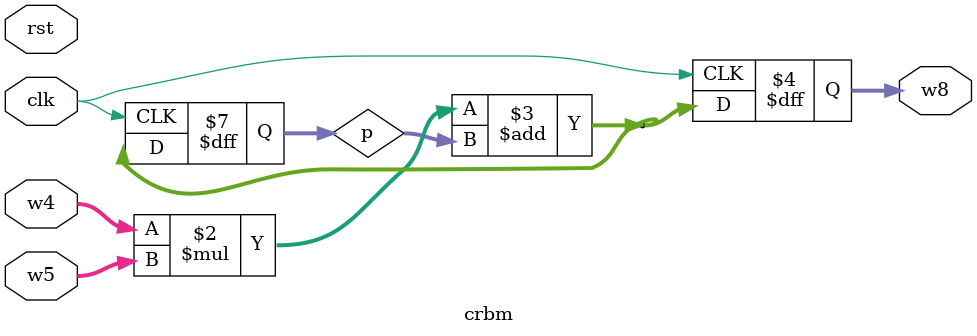
<source format=v>
`timescale 1ns / 1ps


module crbm(
input [3:0]w4,
input [3:0]w5,
input clk,
input rst,
output reg [3:0]w8
);
reg [3:0]w6;
reg [3:0]w7;
reg [3:0]p;
  always@(posedge clk)
  begin
  if(rst)
  begin
  p<=4'b0000;
  end
  w6=(w4*w5);
  w7=w6+p;
  p=w7;
  w8=p; 
   end
endmodule

</source>
